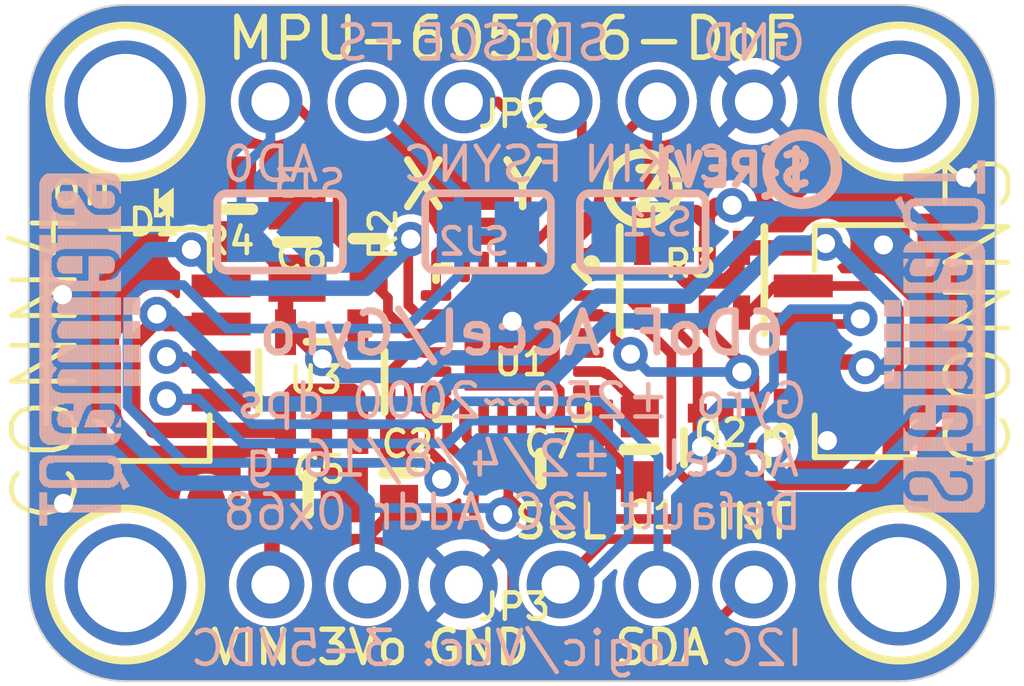
<source format=kicad_pcb>
(kicad_pcb (version 20221018) (generator pcbnew)
  (layers (0 "F.Cu" signal) (31 "B.Cu" signal) (34 "B.Paste" user) (35 "F.Paste" user) (36 "B.SilkS" user "B.Silkscreen") (37 "F.SilkS" user "F.Silkscreen") (38 "B.Mask" user) (39 "F.Mask" user) (44 "Edge.Cuts" user))
  (net 0 "")
  (net 1 "3.3V")
  (net 2 "GND")
  (net 3 "SDA")
  (net 4 "SCL")
  (net 5 "FSYNC_IN")
  (net 6 "CLKIN")
  (net 7 "CPOUT")
  (net 8 "REGOUT")
  (net 9 "SDA_EXT")
  (net 10 "SCL_EXT")
  (net 11 "AD0")
  (net 12 "SCL_3V")
  (net 13 "SDA_3V")
  (net 14 "INT")
  (net 15 "VCC")
  (net 16 "N$1")
  (footprint "working:0603-NO" (layer "F.Cu") (at 149.2504 108.3056)
    (fp_text reference "C7")
    (fp_text value "0.1uF")
  )
  (footprint "working:FIDUCIAL_1MM" (layer "F.Cu") (at 140.462 109.1438)
    (fp_text reference "FID4" hide)
    (fp_text value "FIDUCIAL_1MM" hide)
  )
  (footprint "working:RESPACK_4X0603" (layer "F.Cu") (at 153.2255 103.3526 180)
    (fp_text reference "R3")
    (fp_text value "10K")
  )
  (footprint "working:0603-NO" (layer "F.Cu") (at 144.7292 102.2604 90)
    (fp_text reference "R2")
    (fp_text value "10K")
  )
  (footprint "working:1X06_ROUND_70" (layer "F.Cu") (at 148.5011 111.3536)
    (fp_text reference "JP3")
    (fp_text value "")
  )
  (footprint "working:0805-NO" (layer "F.Cu") (at 143.1417 108.966)
    (fp_text reference "C5")
    (fp_text value "10uF")
  )
  (footprint "working:JST_SH4" (layer "F.Cu") (at 138.3411 105.0036 -90)
    (fp_text reference "CONN4")
    (fp_text value "STEMMA_I2C_QT" hide)
  )
  (footprint "working:JST_SH4" (layer "F.Cu") (at 158.6611 105.0036 90)
    (fp_text reference "CONN3")
    (fp_text value "STEMMA_I2C_QT" hide)
  )
  (footprint "working:CHIPLED_0603_NOOUTLINE" (layer "F.Cu") (at 139.3571 101.3206 90)
    (fp_text reference "D1")
    (fp_text value "GREEN")
  )
  (footprint "working:MOUNTINGHOLE_2.5_PLATED" (layer "F.Cu") (at 138.3411 98.6536)
    (fp_text reference "U$39" hide)
    (fp_text value "MOUNTINGHOLE2.5" hide)
  )
  (footprint "working:MOUNTINGHOLE_2.5_PLATED" (layer "F.Cu") (at 158.6611 98.6536)
    (fp_text reference "U$40" hide)
    (fp_text value "MOUNTINGHOLE2.5" hide)
  )
  (footprint "working:1X06_ROUND" (layer "F.Cu") (at 148.5011 98.6536)
    (fp_text reference "JP2")
    (fp_text value "")
  )
  (footprint "working:MOUNTINGHOLE_2.5_PLATED" (layer "F.Cu") (at 158.6611 111.3536)
    (fp_text reference "U$43" hide)
    (fp_text value "MOUNTINGHOLE2.5" hide)
  )
  (footprint "working:SOT23-5" (layer "F.Cu") (at 143.4973 106.0196)
    (fp_text reference "U3")
    (fp_text value "AP2112K-3.3")
  )
  (footprint "working:0805-NO" (layer "F.Cu") (at 142.8496 102.3493 90)
    (fp_text reference "C6")
    (fp_text value "10uF")
  )
  (footprint "working:0603-NO" (layer "F.Cu") (at 141.2748 101.4857 90)
    (fp_text reference "R4")
    (fp_text value "10K")
  )
  (footprint "working:0603-NO" (layer "F.Cu") (at 151.8539 107.7976 -90)
    (fp_text reference "C1")
    (fp_text value "2.2nF")
  )
  (footprint "working:0603-NO" (layer "F.Cu") (at 145.5293 108.4199 -90)
    (fp_text reference "C2")
    (fp_text value "0.1uF")
  )
  (footprint "working:QFN24_4MM_SMSC" (layer "F.Cu") (at 148.5011 105.0036 -90)
    (fp_text reference "U1")
    (fp_text value "MPU-6050")
  )
  (footprint "working:SOT363" (layer "F.Cu") (at 154.1145 107.7468 180)
    (fp_text reference "Q2")
    (fp_text value "BSS138")
  )
  (footprint "working:FIDUCIAL_1MM" (layer "F.Cu") (at 155.8671 100.7491)
    (fp_text reference "FID3" hide)
    (fp_text value "FIDUCIAL_1MM" hide)
  )
  (footprint "working:MOUNTINGHOLE_2.5_PLATED" (layer "F.Cu") (at 138.3411 111.3536)
    (fp_text reference "U$42" hide)
    (fp_text value "MOUNTINGHOLE2.5" hide)
  )
  (footprint "working:SOLDERJUMPER_ARROW_NOPASTE" (layer "B.Cu") (at 142.4051 102.0826 180)
    (fp_text reference "SJ3")
    (fp_text value "")
  )
  (footprint "working:SOLDERJUMPER_CLOSEDWIRE" (layer "B.Cu") (at 147.8661 102.0826 180)
    (fp_text reference "SJ2")
    (fp_text value "FSYNC")
  )
  (footprint "working:SOLDERJUMPER_CLOSEDWIRE" (layer "B.Cu") (at 151.9301 102.0826)
    (fp_text reference "SJ1")
    (fp_text value "CLKIN")
  )
  (footprint "working:STEMMAQT" (layer "B.Cu") (at 138.7221 100.5586 -90)
    (fp_text reference "U$48" hide)
    (fp_text value "" hide)
  )
  (footprint "working:PCBFEAT-REV-040" (layer "B.Cu") (at 156.1211 100.4316 180)
    (fp_text reference "U$46" hide)
    (fp_text value "" hide)
  )
  (footprint "working:STEMMAQT" (layer "B.Cu") (at 158.2801 109.4486 90)
    (fp_text reference "U$47" hide)
    (fp_text value "" hide)
  )
  (gr_circle (center 151.9301 100.9396) (end 152.845909 100.9396) (stroke (width 0.254)) (fill none) (layer "F.SilkS"))
  (gr_arc (start 161.2011 111.3536) (mid 160.457151 113.149651) (end 158.6611 113.8936) (stroke (width 0.05)) (layer "Edge.Cuts"))
  (gr_line (start 158.6611 96.1136) (end 138.3411 96.1136) (stroke (width 0.05)) (layer "Edge.Cuts"))
  (gr_arc (start 158.6611 96.1136) (mid 160.457151 96.857549) (end 161.2011 98.6536) (stroke (width 0.05)) (layer "Edge.Cuts"))
  (gr_arc (start 138.3411 113.8936) (mid 136.545049 113.149651) (end 135.8011 111.3536) (stroke (width 0.05)) (layer "Edge.Cuts"))
  (gr_line (start 135.8011 98.6536) (end 135.8011 111.3536) (stroke (width 0.05)) (layer "Edge.Cuts"))
  (gr_line (start 161.2011 111.3536) (end 161.2011 98.6536) (stroke (width 0.05)) (layer "Edge.Cuts"))
  (gr_line (start 138.3411 113.8936) (end 158.6611 113.8936) (stroke (width 0.05)) (layer "Edge.Cuts"))
  (gr_arc (start 135.8011 98.6536) (mid 136.545049 96.857549) (end 138.3411 96.1136) (stroke (width 0.05)) (layer "Edge.Cuts"))
  (gr_text "Gyro ±250~~2000 dps" (at 148.7551 106.5276) (layer "B.SilkS") (effects (font (size 0.89408 0.89408) (thickness 0.12192)) (justify mirror)))
  (gr_text "SDE" (at 149.7711 97.6376) (layer "B.SilkS") (effects (font (size 0.89408 0.89408) (thickness 0.12192)) (justify bottom mirror)))
  (gr_text "FS" (at 144.6911 97.6376) (layer "B.SilkS") (effects (font (size 0.89408 0.89408) (thickness 0.12192)) (justify bottom mirror)))
  (gr_text "Accel  ±2/4/8/16 g" (at 148.7551 108.0516) (layer "B.SilkS") (effects (font (size 0.89408 0.89408) (thickness 0.12192)) (justify mirror)))
  (gr_text "GND" (at 154.8511 97.6376) (layer "B.SilkS") (effects (font (size 0.89408 0.89408) (thickness 0.12192)) (justify bottom mirror)))
  (gr_text "AD0" (at 142.1511 100.3046) (layer "B.SilkS") (effects (font (size 0.89408 0.89408) (thickness 0.12192)) (justify mirror)))
  (gr_text "6DoF Accel/Gyro" (at 148.7551 104.7496) (layer "B.SilkS") (effects (font (size 1.0795 1.0795) (thickness 0.1905)) (justify mirror)))
  (gr_text "Default I2C Addr 0x68" (at 148.5011 109.4486) (layer "B.SilkS") (effects (font (size 0.89408 0.89408) (thickness 0.12192)) (justify mirror)))
  (gr_text "CLKIN" (at 152.3111 100.3046) (layer "B.SilkS") (effects (font (size 0.89408 0.89408) (thickness 0.12192)) (justify mirror)))
  (gr_text "FSYNC" (at 147.7391 100.3046) (layer "B.SilkS") (effects (font (size 0.89408 0.89408) (thickness 0.12192)) (justify mirror)))
  (gr_text "SCE" (at 147.2311 97.6376) (layer "B.SilkS") (effects (font (size 0.89408 0.89408) (thickness 0.12192)) (justify bottom mirror)))
  (gr_text "I2C Logic/Vcc: 3-5VDC" (at 148.0947 113.03) (layer "B.SilkS") (effects (font (size 0.89408 0.89408) (thickness 0.12192)) (justify mirror)))
  (gr_text "GND" (at 147.6121 113.0046) (layer "F.SilkS") (effects (font (size 0.87376 0.87376) (thickness 0.14224))))
  (gr_text "MPU-6050 6-DoF" (at 148.5011 97.0026) (layer "F.SilkS") (effects (font (size 1.072896 1.072896) (thickness 0.146304))))
  (gr_text "on" (at 136.3091 101.4476) (layer "F.SilkS") (effects (font (size 0.89408 0.89408) (thickness 0.12192)) (justify left bottom)))
  (gr_text "VIN" (at 141.6431 113.0046) (layer "F.SilkS") (effects (font (size 0.87376 0.87376) (thickness 0.14224))))
  (gr_text "SDA" (at 152.4381 113.0046) (layer "F.SilkS") (effects (font (size 0.87376 0.87376) (thickness 0.14224))))
  (gr_text "Z" (at 151.5491 101.5746) (layer "F.SilkS") (effects (font (size 1.016 1.016) (thickness 0.254)) (justify left bottom)))
  (gr_text "SCL" (at 149.7711 109.7026) (layer "F.SilkS") (effects (font (size 0.87376 0.87376) (thickness 0.14224))))
  (gr_text "X" (at 145.4531 101.5746) (layer "F.SilkS") (effects (font (size 1.223264 1.223264) (thickness 0.199136)) (justify left bottom)))
  (gr_text "3Vo" (at 144.5641 113.0046) (layer "F.SilkS") (effects (font (size 0.87376 0.87376) (thickness 0.14224))))
  (gr_text "INT" (at 154.8511 109.7026) (layer "F.SilkS") (effects (font (size 0.87376 0.87376) (thickness 0.14224))))
  (gr_text "Y" (at 148.1201 101.5746) (layer "F.SilkS") (effects (font (size 1.223264 1.223264) (thickness 0.199136)) (justify left bottom)))
  (segment (start 141.0633 102.5472) (end 141.2748 102.3357) (width 0.4064) (layer "F.Cu") (net 1))
  (segment (start 145.7715 102.3357) (end 145.8341 102.2731) (width 0.254) (layer "F.Cu") (net 1))
  (segment (start 142.5473 104.7195) (end 142.5473 103.497416) (width 0.4064) (layer "F.Cu") (net 1))
  (segment (start 142.5473 103.497416) (end 142.770621 103.274094) (width 0.4064) (layer "F.Cu") (net 1))
  (segment (start 154.3685 107.7498) (end 155.3591 107.7498) (width 0.254) (layer "F.Cu") (net 1))
  (segment (start 153.3271 101.5746) (end 151.9255 101.5746) (width 0.4064) (layer "F.Cu") (net 1))
  (segment (start 154.3685 107.4818) (end 154.1145 107.2278) (width 0.254) (layer "F.Cu") (net 1))
  (segment (start 147.84335 108.0259) (end 147.8289 108.0259) (width 0.254) (layer "F.Cu") (net 1))
  (segment (start 148.9632 109.6304) (end 148.4004 109.0676) (width 0.254) (layer "F.Cu") (net 1))
  (segment (start 153.6255 101.619) (end 153.8604 101.3841) (width 0.4064) (layer "F.Cu") (net 1))
  (segment (start 147.3063 107.0588) (end 147.3063 107.48885) (width 0.254) (layer "F.Cu") (net 1))
  (segment (start 147.3063 107.48885) (end 147.84335 108.0259) (width 0.254) (layer "F.Cu") (net 1))
  (segment (start 140.073 102.5472) (end 141.0633 102.5472) (width 0.4064) (layer "F.Cu") (net 1))
  (segment (start 145.7715 104.0066) (end 145.7715 102.3357) (width 0.254) (layer "F.Cu") (net 1))
  (segment (start 147.2511 107.0036) (end 147.3063 107.0588) (width 0.254) (layer "F.Cu") (net 1))
  (segment (start 154.3685 108.1388) (end 154.1145 108.3928) (width 0.254) (layer "F.Cu") (net 1))
  (segment (start 148.4004 109.0676) (end 148.2526 109.2154) (width 0.254) (layer "F.Cu") (net 1))
  (segment (start 148.1086 108.3056) (end 148.4004 108.3056) (width 0.254) (layer "F.Cu") (net 1))
  (segment (start 153.8604 101.3841) (end 154.2796 101.3841) (width 0.4064) (layer "F.Cu") (net 1))
  (segment (start 146.0185 104.2536) (end 145.7715 104.0066) (width 0.254) (layer "F.Cu") (net 1))
  (segment (start 142.5473 104.7195) (end 142.811975 104.7195) (width 0.4064) (layer "F.Cu") (net 1))
  (segment (start 142.811975 104.7195) (end 143.512587 105.420113) (width 0.4064) (layer "F.Cu") (net 1))
  (segment (start 148.4004 108.3056) (end 148.4004 109.0676) (width 0.254) (layer "F.Cu") (net 1))
  (segment (start 141.2748 102.3357) (end 141.6624 102.3357) (width 0.254) (layer "F.Cu") (net 1))
  (segment (start 142.521178 103.194479) (end 142.770621 103.274094) (width 0.254) (layer "F.Cu") (net 1))
  (segment (start 154.1145 108.97) (end 153.4541 109.6304) (width 0.254) (layer "F.Cu") (net 1))
  (segment (start 154.1145 108.6468) (end 154.1145 108.97) (width 0.254) (layer "F.Cu") (net 1))
  (segment (start 147.8289 108.0259) (end 148.1086 108.3056) (width 0.254) (layer "F.Cu") (net 1))
  (segment (start 154.1145 106.8468) (end 154.1145 107.2278) (width 0.254) (layer "F.Cu") (net 1))
  (segment (start 148.2526 109.2154) (end 148.2526 109.512425) (width 0.254) (layer "F.Cu") (net 1))
  (segment (start 153.6255 102.5026) (end 153.6255 101.619) (width 0.4064) (layer "F.Cu") (net 1))
  (segment (start 154.1145 108.3928) (end 154.1145 108.6468) (width 0.254) (layer "F.Cu") (net 1))
  (segment (start 146.5011 104.2536) (end 146.0185 104.2536) (width 0.254) (layer "F.Cu") (net 1))
  (segment (start 141.6624 102.3357) (end 142.521178 103.194479) (width 0.254) (layer "F.Cu") (net 1))
  (segment (start 153.4541 109.6304) (end 148.9632 109.6304) (width 0.254) (layer "F.Cu") (net 1))
  (segment (start 151.9255 102.5026) (end 151.9255 101.5746) (width 0.4064) (layer "F.Cu") (net 1))
  (segment (start 154.3685 107.4818) (end 154.3685 107.7498) (width 0.254) (layer "F.Cu") (net 1))
  (segment (start 154.3685 107.7498) (end 154.3685 108.1388) (width 0.254) (layer "F.Cu") (net 1))
  (segment (start 153.4985 101.746) (end 153.3271 101.5746) (width 0.4064) (layer "F.Cu") (net 1))
  (segment (start 142.770621 103.274094) (end 142.8496 103.2993) (width 0.254) (layer "F.Cu") (net 1))
  (segment (start 153.4985 101.746) (end 153.6255 101.619) (width 0.4064) (layer "F.Cu") (net 1))
  (via (at 145.8341 102.2731) (size 0.9064) (drill 0.5) (layers "F.Cu" "B.Cu") (net 1))
  (via (at 143.512587 105.420113) (size 0.9064) (drill 0.5) (layers "F.Cu" "B.Cu") (net 1))
  (via (at 140.073 102.5472) (size 0.9064) (drill 0.5) (layers "F.Cu" "B.Cu") (net 1))
  (via (at 154.2796 101.3841) (size 0.9064) (drill 0.5) (layers "F.Cu" "B.Cu") (net 1))
  (via (at 148.2526 109.512425) (size 0.9064) (drill 0.5) (layers "F.Cu" "B.Cu") (net 1))
  (via (at 155.3591 107.7498) (size 0.9064) (drill 0.5) (layers "F.Cu" "B.Cu") (net 1))
  (segment (start 145.8341 102.4001) (end 144.671 103.5632) (width 0.4064) (layer "B.Cu") (net 1))
  (segment (start 143.4211 103.4362) (end 143.5481 103.5632) (width 0.4064) (layer "B.Cu") (net 1))
  (segment (start 159.7747 102.473663) (end 158.778937 101.4779) (width 0.4064) (layer "B.Cu") (net 1))
  (segment (start 144.1831 108.6866) (end 139.670675 108.6866) (width 0.4064) (layer "B.Cu") (net 1))
  (segment (start 148.083175 109.343) (end 144.8395 109.343) (width 0.254) (layer "B.Cu") (net 1))
  (segment (start 137.8625 106.878425) (end 137.8625 103.667463) (width 0.4064) (layer "B.Cu") (net 1))
  (segment (start 150.753293 103.7717) (end 149.131693 105.3933) (width 0.4064) (layer "B.Cu") (net 1))
  (segment (start 143.5481 103.5632) (end 141.089 103.5632) (width 0.4064) (layer "B.Cu") (net 1))
  (segment (start 153.116612 103.7717) (end 150.753293 103.7717) (width 0.4064) (layer "B.Cu") (net 1))
  (segment (start 154.2796 101.3841) (end 154.3734 101.4779) (width 0.4064) (layer "B.Cu") (net 1))
  (segment (start 143.4211 102.0826) (end 143.4211 103.4362) (width 0.4064) (layer "B.Cu") (net 1))
  (segment (start 155.6131 108.5118) (end 155.3591 108.2578) (width 0.4064) (layer "B.Cu") (net 1))
  (segment (start 139.670675 108.6866) (end 137.8625 106.878425) (width 0.4064) (layer "B.Cu") (net 1))
  (segment (start 146.160156 105.855094) (end 143.947568 105.855094) (width 0.4064) (layer "B.Cu") (net 1))
  (segment (start 146.160156 105.855094) (end 146.62195 105.3933) (width 0.4064) (layer "B.Cu") (net 1))
  (segment (start 144.8395 109.343) (end 144.65935 109.16285) (width 0.254) (layer "B.Cu") (net 1))
  (segment (start 145.8341 102.2731) (end 145.8341 102.4001) (width 0.4064) (layer "B.Cu") (net 1))
  (segment (start 144.65935 109.16285) (end 144.1831 108.6866) (width 0.4064) (layer "B.Cu") (net 1))
  (segment (start 143.512587 105.420113) (end 143.947568 105.855094) (width 0.4064) (layer "B.Cu") (net 1))
  (segment (start 158.778937 101.4779) (end 155.410412 101.4779) (width 0.4064) (layer "B.Cu") (net 1))
  (segment (start 159.7747 106.720738) (end 157.983637 108.5118) (width 0.4064) (layer "B.Cu") (net 1))
  (segment (start 155.3591 108.2578) (end 155.3591 107.7498) (width 0.4064) (layer "B.Cu") (net 1))
  (segment (start 149.131693 105.3933) (end 146.62195 105.3933) (width 0.4064) (layer "B.Cu") (net 1))
  (segment (start 144.671 103.5632) (end 143.5481 103.5632) (width 0.4064) (layer "B.Cu") (net 1))
  (segment (start 138.982762 102.5472) (end 140.073 102.5472) (width 0.4064) (layer "B.Cu") (net 1))
  (segment (start 144.6911 111.3536) (end 144.6911 109.1946) (width 0.4064) (layer "B.Cu") (net 1))
  (segment (start 157.983637 108.5118) (end 155.6131 108.5118) (width 0.4064) (layer "B.Cu") (net 1))
  (segment (start 137.8625 103.667463) (end 138.982762 102.5472) (width 0.4064) (layer "B.Cu") (net 1))
  (segment (start 159.7747 102.473663) (end 159.7747 106.720738) (width 0.4064) (layer "B.Cu") (net 1))
  (segment (start 144.6911 109.1946) (end 144.65935 109.16285) (width 0.4064) (layer "B.Cu") (net 1))
  (segment (start 155.410412 101.4779) (end 154.3734 101.4779) (width 0.4064) (layer "B.Cu") (net 1))
  (segment (start 141.089 103.5632) (end 140.073 102.5472) (width 0.4064) (layer "B.Cu") (net 1))
  (segment (start 155.410412 101.4779) (end 153.116612 103.7717) (width 0.4064) (layer "B.Cu") (net 1))
  (segment (start 148.2526 109.512425) (end 148.083175 109.343) (width 0.254) (layer "B.Cu") (net 1))
  (segment (start 143.4973 107.3197) (end 143.4973 108.0008) (width 0.4064) (layer "F.Cu") (net 2))
  (segment (start 144.0917 108.5952) (end 144.0917 108.966) (width 0.4064) (layer "F.Cu") (net 2))
  (segment (start 150.4424 108.6476) (end 151.8539 108.6476) (width 0.4064) (layer "F.Cu") (net 2))
  (segment (start 148.5011 105.0036) (end 149.7511 106.2536) (width 0.254) (layer "F.Cu") (net 2))
  (segment (start 143.4973 108.0008) (end 144.0917 108.5952) (width 0.4064) (layer "F.Cu") (net 2))
  (segment (start 150.1004 108.3056) (end 149.7511 107.9563) (width 0.254) (layer "F.Cu") (net 2))
  (segment (start 149.7511 106.2536) (end 149.7511 107.0036) (width 0.254) (layer "F.Cu") (net 2))
  (segment (start 149.7511 107.9563) (end 149.7511 107.0036) (width 0.254) (layer "F.Cu") (net 2))
  (segment (start 148.5011 105.0036) (end 148.5011 104.4321) (width 0.254) (layer "F.Cu") (net 2))
  (segment (start 150.1004 108.3056) (end 150.4424 108.6476) (width 0.4064) (layer "F.Cu") (net 2))
  (via (at 160.4137 100.6475) (size 0.9064) (drill 0.5) (layers "F.Cu" "B.Cu") (net 2))
  (via (at 136.7155 109.22) (size 0.9064) (drill 0.5) (layers "F.Cu" "B.Cu") (net 2))
  (via (at 158.2547 102.4255) (size 0.9064) (drill 0.5) (layers "F.Cu" "B.Cu") (net 2))
  (via (at 148.5011 104.4321) (size 0.9064) (drill 0.5) (layers "F.Cu" "B.Cu") (net 2))
  (via (at 156.7815 107.569) (size 0.9064) (drill 0.5) (layers "F.Cu" "B.Cu") (net 2))
  (via (at 136.6901 103.7336) (size 0.9064) (drill 0.5) (layers "F.Cu" "B.Cu") (net 2))
  (segment (start 139.521312 105.5036) (end 139.4206 105.361994) (width 0.254) (layer "F.Cu") (net 3))
  (segment (start 153.4732 107.7341) (end 153.3716 107.7341) (width 0.254) (layer "F.Cu") (net 3))
  (segment (start 156.1471 104.5036) (end 157.5101 104.5036) (width 0.254) (layer "F.Cu") (net 3))
  (segment (start 152.8255 104.6725) (end 152.8255 104.2026) (width 0.254) (layer "F.Cu") (net 3))
  (segment (start 153.3716 105.2186) (end 152.8255 104.6725) (width 0.254) (layer "F.Cu") (net 3))
  (segment (start 153.3716 105.2186) (end 153.3716 107.7341) (width 0.254) (layer "F.Cu") (net 3))
  (segment (start 157.5101 104.5036) (end 157.6451 104.3686) (width 0.254) (layer "F.Cu") (net 3))
  (segment (start 153.3645 106.8468) (end 153.374262 107.6722) (width 0.254) (layer "F.Cu") (net 3))
  (segment (start 153.4732 107.7341) (end 153.374262 107.6722) (width 0.254) (layer "F.Cu") (net 3))
  (segment (start 140.8551 105.5036) (end 139.521312 105.5036) (width 0.254) (layer "F.Cu") (net 3))
  (via (at 153.4732 107.7341) (size 0.9064) (drill 0.5) (layers "F.Cu" "B.Cu") (net 3))
  (via (at 157.6451 104.3686) (size 0.9064) (drill 0.5) (layers "F.Cu" "B.Cu") (net 3))
  (via (at 139.4206 105.361994) (size 0.9064) (drill 0.5) (layers "F.Cu" "B.Cu") (net 3))
  (segment (start 154.8702 106.5911) (end 153.9812 106.5911) (width 0.254) (layer "B.Cu") (net 3))
  (segment (start 155.3782 106.0831) (end 154.8702 106.5911) (width 0.254) (layer "B.Cu") (net 3))
  (segment (start 150.882462 106.5363) (end 147.0954 106.5363) (width 0.254) (layer "B.Cu") (net 3))
  (segment (start 153.4732 107.7341) (end 153.4732 107.0991) (width 0.254) (layer "B.Cu") (net 3))
  (segment (start 139.90095 105.361994) (end 139.4206 105.361994) (width 0.254) (layer "B.Cu") (net 3))
  (segment (start 141.676156 107.1372) (end 139.90095 105.361994) (width 0.254) (layer "B.Cu") (net 3))
  (segment (start 152.3429 108.8644) (end 152.3429 111.3218) (width 0.254) (layer "B.Cu") (net 3))
  (segment (start 157.3911 104.1146) (end 155.8227 104.1146) (width 0.254) (layer "B.Cu") (net 3))
  (segment (start 152.3111 111.3536) (end 152.3429 111.3218) (width 0.254) (layer "B.Cu") (net 3))
  (segment (start 147.0954 106.5363) (end 146.4945 107.1372) (width 0.254) (layer "B.Cu") (net 3))
  (segment (start 153.4732 107.7341) (end 152.3429 108.8644) (width 0.254) (layer "B.Cu") (net 3))
  (segment (start 146.4945 107.1372) (end 141.676156 107.1372) (width 0.254) (layer "B.Cu") (net 3))
  (segment (start 155.8227 104.1146) (end 155.3782 104.5591) (width 0.254) (layer "B.Cu") (net 3))
  (segment (start 152.3429 107.996738) (end 150.882462 106.5363) (width 0.254) (layer "B.Cu") (net 3))
  (segment (start 153.9812 106.5911) (end 153.4732 107.0991) (width 0.254) (layer "B.Cu") (net 3))
  (segment (start 152.3429 107.996738) (end 152.3429 108.8644) (width 0.254) (layer "B.Cu") (net 3))
  (segment (start 155.3782 104.5591) (end 155.3782 106.0831) (width 0.254) (layer "B.Cu") (net 3))
  (segment (start 157.6451 104.3686) (end 157.3911 104.1146) (width 0.254) (layer "B.Cu") (net 3))
  (segment (start 154.7033 104.2026) (end 154.5255 104.2026) (width 0.254) (layer "F.Cu") (net 4))
  (segment (start 158.6611 106.0196) (end 157.8991 106.7816) (width 0.254) (layer "F.Cu") (net 4))
  (segment (start 158.0501 103.5036) (end 158.6611 104.1146) (width 0.254) (layer "F.Cu") (net 4))
  (segment (start 153.615675 110.1588) (end 150.9659 110.1588) (width 0.254) (layer "F.Cu") (net 4))
  (segment (start 156.1471 103.5036) (end 158.0501 103.5036) (width 0.254) (layer "F.Cu") (net 4))
  (segment (start 157.201687 108.749013) (end 154.966712 108.749013) (width 0.254) (layer "F.Cu") (net 4))
  (segment (start 157.8991 106.7816) (end 157.8991 108.0516) (width 0.254) (layer "F.Cu") (net 4))
  (segment (start 155.4023 103.5036) (end 154.7033 104.2026) (width 0.254) (layer "F.Cu") (net 4))
  (segment (start 139.4601 106.5036) (end 139.4206 106.4641) (width 0.254) (layer "F.Cu") (net 4))
  (segment (start 150.9659 110.1588) (end 149.7711 111.3536) (width 0.254) (layer "F.Cu") (net 4))
  (segment (start 156.1471 103.5036) (end 155.4023 103.5036) (width 0.254) (layer "F.Cu") (net 4))
  (segment (start 154.8645 108.6468) (end 154.8939 108.6174) (width 0.254) (layer "F.Cu") (net 4))
  (segment (start 155.034075 108.7404) (end 153.615675 110.1588) (width 0.254) (layer "F.Cu") (net 4))
  (segment (start 157.8991 108.0516) (end 157.201687 108.749013) (width 0.254) (layer "F.Cu") (net 4))
  (segment (start 154.966712 108.749013) (end 154.8645 108.6468) (width 0.254) (layer "F.Cu") (net 4))
  (segment (start 158.6611 104.1146) (end 158.6611 106.0196) (width 0.254) (layer "F.Cu") (net 4))
  (segment (start 140.8551 106.5036) (end 139.4601 106.5036) (width 0.254) (layer "F.Cu") (net 4))
  (segment (start 154.8939 108.6174) (end 154.911075 108.6174) (width 0.254) (layer "F.Cu") (net 4))
  (segment (start 154.911075 108.6174) (end 155.034075 108.7404) (width 0.254) (layer "F.Cu") (net 4))
  (via (at 139.4206 106.4641) (size 0.9064) (drill 0.5) (layers "F.Cu" "B.Cu") (net 4))
  (segment (start 150.680381 107.0443) (end 151.5618 107.925719) (width 0.254) (layer "B.Cu") (net 4))
  (segment (start 151.5618 107.925719) (end 151.5618 110.0963) (width 0.254) (layer "B.Cu") (net 4))
  (segment (start 146.812 107.6452) (end 147.4129 107.0443) (width 0.254) (layer "B.Cu") (net 4))
  (segment (start 151.5618 110.0963) (end 150.3045 111.3536) (width 0.254) (layer "B.Cu") (net 4))
  (segment (start 141.4272 107.6452) (end 146.812 107.6452) (width 0.254) (layer "B.Cu") (net 4))
  (segment (start 147.4129 107.0443) (end 150.680381 107.0443) (width 0.254) (layer "B.Cu") (net 4))
  (segment (start 149.7711 111.3536) (end 150.3045 111.3536) (width 0.254) (layer "B.Cu") (net 4))
  (segment (start 139.4206 106.4641) (end 140.2461 106.4641) (width 0.254) (layer "B.Cu") (net 4))
  (segment (start 141.4272 107.6452) (end 140.2461 106.4641) (width 0.254) (layer "B.Cu") (net 4))
  (segment (start 146.3341 107.8404) (end 146.6469 108.1532) (width 0.254) (layer "F.Cu") (net 5))
  (segment (start 146.4967 105.758) (end 146.06665 105.758) (width 0.254) (layer "F.Cu") (net 5))
  (segment (start 146.15555 106.7276) (end 146.3341 106.90615) (width 0.254) (layer "F.Cu") (net 5))
  (segment (start 146.6469 108.1532) (end 146.6469 108.585) (width 0.254) (layer "F.Cu") (net 5))
  (segment (start 146.5011 105.7536) (end 146.4967 105.758) (width 0.254) (layer "F.Cu") (net 5))
  (segment (start 145.7891 106.03555) (end 145.7891 106.47545) (width 0.254) (layer "F.Cu") (net 5))
  (segment (start 145.7891 106.47545) (end 146.04125 106.7276) (width 0.254) (layer "F.Cu") (net 5))
  (segment (start 146.06665 105.758) (end 145.7891 106.03555) (width 0.254) (layer "F.Cu") (net 5))
  (segment (start 146.04125 106.7276) (end 146.15555 106.7276) (width 0.254) (layer "F.Cu") (net 5))
  (segment (start 146.3341 106.90615) (end 146.3341 107.8404) (width 0.254) (layer "F.Cu") (net 5))
  (via (at 146.6469 108.585) (size 0.9064) (drill 0.5) (layers "F.Cu" "B.Cu") (net 5))
  (segment (start 146.2151 108.1532) (end 139.891618 108.1532) (width 0.254) (layer "B.Cu") (net 5))
  (segment (start 146.6469 108.585) (end 146.2151 108.1532) (width 0.254) (layer "B.Cu") (net 5))
  (segment (start 138.3959 103.915463) (end 138.3959 106.657482) (width 0.254) (layer "B.Cu") (net 5))
  (segment (start 147.1041 102.0826) (end 147.1041 101.0666) (width 0.254) (layer "B.Cu") (net 5))
  (segment (start 141.0081 104.6226) (end 145.7071 104.6226) (width 0.254) (layer "B.Cu") (net 5))
  (segment (start 147.1041 101.0666) (end 144.6911 98.6536) (width 0.254) (layer "B.Cu") (net 5))
  (segment (start 139.8651 103.4796) (end 141.0081 104.6226) (width 0.254) (layer "B.Cu") (net 5))
  (segment (start 139.891618 108.1532) (end 138.3959 106.657482) (width 0.254) (layer "B.Cu") (net 5))
  (segment (start 147.1041 103.2256) (end 145.7071 104.6226) (width 0.254) (layer "B.Cu") (net 5))
  (segment (start 138.3959 103.915463) (end 138.831762 103.4796) (width 0.254) (layer "B.Cu") (net 5))
  (segment (start 138.831762 103.4796) (end 139.8651 103.4796) (width 0.254) (layer "B.Cu") (net 5))
  (segment (start 147.1041 102.0826) (end 147.1041 103.2256) (width 0.254) (layer "B.Cu") (net 5))
  (segment (start 151.2433 99.7214) (end 152.3111 98.6536) (width 0.254) (layer "F.Cu") (net 6))
  (segment (start 151.2433 101.91295) (end 151.2433 99.7214) (width 0.254) (layer "F.Cu") (net 6))
  (segment (start 150.52285 102.6334) (end 151.2433 101.91295) (width 0.254) (layer "F.Cu") (net 6))
  (segment (start 150.1213 102.6334) (end 150.52285 102.6334) (width 0.254) (layer "F.Cu") (net 6))
  (segment (start 149.7511 103.0036) (end 150.1213 102.6334) (width 0.254) (layer "F.Cu") (net 6))
  (segment (start 152.6921 101.4476) (end 152.6921 102.0826) (width 0.254) (layer "B.Cu") (net 6))
  (segment (start 152.3111 98.6536) (end 152.3111 101.0666) (width 0.254) (layer "B.Cu") (net 6))
  (segment (start 152.6921 101.4476) (end 152.3111 101.0666) (width 0.254) (layer "B.Cu") (net 6))
  (segment (start 150.5011 105.7536) (end 150.8821 105.7536) (width 0.254) (layer "F.Cu") (net 7))
  (segment (start 150.9373 105.8088) (end 150.98635 105.8088) (width 0.254) (layer "F.Cu") (net 7))
  (segment (start 151.8539 106.67635) (end 150.98635 105.8088) (width 0.254) (layer "F.Cu") (net 7))
  (segment (start 151.8539 106.9476) (end 151.8539 106.67635) (width 0.254) (layer "F.Cu") (net 7))
  (segment (start 150.9373 105.8088) (end 150.8821 105.7536) (width 0.254) (layer "F.Cu") (net 7))
  (segment (start 145.7931 105.2536) (end 146.5011 105.2536) (width 0.254) (layer "F.Cu") (net 8))
  (segment (start 145.3065 107.3471) (end 145.3065 105.7402) (width 0.254) (layer "F.Cu") (net 8))
  (segment (start 145.3065 105.7402) (end 145.7931 105.2536) (width 0.254) (layer "F.Cu") (net 8))
  (segment (start 145.5293 107.5699) (end 145.3065 107.3471) (width 0.254) (layer "F.Cu") (net 8))
  (segment (start 147.5178 102.2924) (end 147.2511 102.5591) (width 0.254) (layer "F.Cu") (net 9))
  (segment (start 150.3299 101.1428) (end 149.1803 102.2924) (width 0.254) (layer "F.Cu") (net 9))
  (segment (start 147.2511 102.5591) (end 147.2511 103.0036) (width 0.254) (layer "F.Cu") (net 9))
  (segment (start 150.3299 99.2124) (end 150.3299 101.1428) (width 0.254) (layer "F.Cu") (net 9))
  (segment (start 149.1803 102.2924) (end 147.5178 102.2924) (width 0.254) (layer "F.Cu") (net 9))
  (segment (start 149.7711 98.6536) (end 150.3299 99.2124) (width 0.254) (layer "F.Cu") (net 9))
  (segment (start 146.5011 102.662519) (end 146.5011 103.7536) (width 0.254) (layer "F.Cu") (net 10))
  (segment (start 148.6215 101.8352) (end 148.8821 101.5746) (width 0.254) (layer "F.Cu") (net 10))
  (segment (start 148.1201 98.6536) (end 147.2311 98.6536) (width 0.254) (layer "F.Cu") (net 10))
  (segment (start 147.328418 101.8352) (end 146.5011 102.662519) (width 0.254) (layer "F.Cu") (net 10))
  (segment (start 148.8821 101.5746) (end 148.8821 99.4156) (width 0.254) (layer "F.Cu") (net 10))
  (segment (start 148.6215 101.8352) (end 147.328418 101.8352) (width 0.254) (layer "F.Cu") (net 10))
  (segment (start 148.8821 99.4156) (end 148.1201 98.6536) (width 0.254) (layer "F.Cu") (net 10))
  (segment (start 145.2372 104.2162) (end 145.2372 103.8216) (width 0.254) (layer "F.Cu") (net 11))
  (segment (start 142.1511 98.6536) (end 142.7226 98.6536) (width 0.254) (layer "F.Cu") (net 11))
  (segment (start 146.5011 104.7536) (end 145.7746 104.7536) (width 0.254) (layer "F.Cu") (net 11))
  (segment (start 145.2372 103.8216) (end 144.7292 103.3136) (width 0.254) (layer "F.Cu") (net 11))
  (segment (start 143.9173 102.2985) (end 143.9173 99.8483) (width 0.254) (layer "F.Cu") (net 11))
  (segment (start 143.9173 99.8483) (end 142.7226 98.6536) (width 0.254) (layer "F.Cu") (net 11))
  (segment (start 144.7292 103.1104) (end 144.7292 103.3136) (width 0.254) (layer "F.Cu") (net 11))
  (segment (start 145.7746 104.7536) (end 145.2372 104.2162) (width 0.254) (layer "F.Cu") (net 11))
  (segment (start 144.7292 103.1104) (end 143.9173 102.2985) (width 0.254) (layer "F.Cu") (net 11))
  (segment (start 142.1511 98.6536) (end 142.1511 99.6696) (width 0.254) (layer "B.Cu") (net 11))
  (segment (start 142.1511 99.6696) (end 141.3891 100.4316) (width 0.254) (layer "B.Cu") (net 11))
  (segment (start 141.3891 100.4316) (end 141.3891 102.0826) (width 0.254) (layer "B.Cu") (net 11))
  (segment (start 151.58685 105.2963) (end 151.2059 104.91535) (width 0.254) (layer "F.Cu") (net 12))
  (segment (start 150.5011 104.2536) (end 150.5563 104.3088) (width 0.254) (layer "F.Cu") (net 12))
  (segment (start 154.5336 105.7656) (end 154.5336 105.5116) (width 0.254) (layer "F.Cu") (net 12))
  (segment (start 153.6255 104.2026) (end 153.6255 104.6543) (width 0.254) (layer "F.Cu") (net 12))
  (segment (start 150.5563 104.3088) (end 150.98635 104.3088) (width 0.254) (layer "F.Cu") (net 12))
  (segment (start 151.6083 105.2963) (end 151.58685 105.2963) (width 0.254) (layer "F.Cu") (net 12))
  (segment (start 153.6255 104.2026) (end 153.6255 104.6035) (width 0.254) (layer "F.Cu") (net 12))
  (segment (start 151.2059 104.52835) (end 151.2059 104.91535) (width 0.254) (layer "F.Cu") (net 12))
  (segment (start 150.98635 104.3088) (end 151.2059 104.52835) (width 0.254) (layer "F.Cu") (net 12))
  (segment (start 154.8645 106.8468) (end 154.8645 105.8933) (width 0.254) (layer "F.Cu") (net 12))
  (segment (start 154.5336 105.5116) (end 153.6255 104.6035) (width 0.254) (layer "F.Cu") (net 12))
  (segment (start 154.8645 105.8933) (end 153.6255 104.6543) (width 0.254) (layer "F.Cu") (net 12))
  (via (at 154.5336 105.7656) (size 0.9064) (drill 0.5) (layers "F.Cu" "B.Cu") (net 12))
  (via (at 151.6083 105.2963) (size 0.9064) (drill 0.5) (layers "F.Cu" "B.Cu") (net 12))
  (segment (start 154.5336 105.7656) (end 152.0776 105.7656) (width 0.254) (layer "B.Cu") (net 12))
  (segment (start 151.6083 105.2963) (end 152.0776 105.7656) (width 0.254) (layer "B.Cu") (net 12))
  (segment (start 153.3645 108.6468) (end 153.1105 108.6468) (width 0.254) (layer "F.Cu") (net 13))
  (segment (start 153.1105 108.6468) (end 152.6827 108.219) (width 0.254) (layer "F.Cu") (net 13))
  (segment (start 151.9255 104.2026) (end 151.4765 103.7536) (width 0.254) (layer "F.Cu") (net 13))
  (segment (start 152.6827 108.219) (end 152.6827 105.29285) (width 0.254) (layer "F.Cu") (net 13))
  (segment (start 151.4765 103.7536) (end 150.5011 103.7536) (width 0.254) (layer "F.Cu") (net 13))
  (segment (start 152.6827 105.29285) (end 151.9255 104.53565) (width 0.254) (layer "F.Cu") (net 13))
  (segment (start 151.9255 104.53565) (end 151.9255 104.2026) (width 0.254) (layer "F.Cu") (net 13))
  (segment (start 153.5176 112.6871) (end 154.8511 111.3536) (width 0.254) (layer "F.Cu") (net 14))
  (segment (start 146.7939 107.637782) (end 146.7939 106.814219) (width 0.254) (layer "F.Cu") (net 14))
  (segment (start 146.7993 106.5518) (end 146.5011 106.2536) (width 0.254) (layer "F.Cu") (net 14))
  (segment (start 146.7939 106.814219) (end 146.7993 106.808819) (width 0.254) (layer "F.Cu") (net 14))
  (segment (start 147.4946 108.338482) (end 147.4946 109.8264) (width 0.254) (layer "F.Cu") (net 14))
  (segment (start 148.5011 111.7981) (end 149.3901 112.6871) (width 0.254) (layer "F.Cu") (net 14))
  (segment (start 149.3901 112.6871) (end 153.5176 112.6871) (width 0.254) (layer "F.Cu") (net 14))
  (segment (start 146.7993 106.808819) (end 146.7993 106.5518) (width 0.254) (layer "F.Cu") (net 14))
  (segment (start 147.4946 109.8264) (end 148.5011 110.8329) (width 0.254) (layer "F.Cu") (net 14))
  (segment (start 148.5011 110.8329) (end 148.5011 111.7981) (width 0.254) (layer "F.Cu") (net 14))
  (segment (start 147.4946 108.338482) (end 146.7939 107.637782) (width 0.254) (layer "F.Cu") (net 14))
  (segment (start 152.8255 102.5026) (end 152.8255 103.105) (width 0.4064) (layer "F.Cu") (net 15))
  (segment (start 140.3016 104.4401) (end 140.2461 104.4956) (width 0.4064) (layer "F.Cu") (net 15))
  (segment (start 154.1336 103.3716) (end 154.4066 103.0986) (width 0.4064) (layer "F.Cu") (net 15))
  (segment (start 154.4066 102.6215) (end 154.4066 103.0986) (width 0.4064) (layer "F.Cu") (net 15))
  (segment (start 142.1511 111.1808) (end 141.9835 111.0132) (width 0.4064) (layer "F.Cu") (net 15))
  (segment (start 139.1666 104.395363) (end 138.5864 104.975563) (width 0.4064) (layer "F.Cu") (net 15))
  (segment (start 140.8551 104.5036) (end 140.7916 104.4401) (width 0.4064) (layer "F.Cu") (net 15))
  (segment (start 144.3101 106.2736) (end 142.7861 106.2736) (width 0.4064) (layer "F.Cu") (net 15))
  (segment (start 154.5255 102.5026) (end 154.4066 102.6215) (width 0.4064) (layer "F.Cu") (net 15))
  (segment (start 142.1917 108.966) (end 142.1917 110.98271) (width 0.4064) (layer "F.Cu") (net 15))
  (segment (start 156.1471 105.5036) (end 157.6371 105.5036) (width 0.4064) (layer "F.Cu") (net 15))
  (segment (start 153.0921 103.3716) (end 154.1336 103.3716) (width 0.4064) (layer "F.Cu") (net 15))
  (segment (start 142.1917 110.98271) (end 141.9835 111.0132) (width 0.4064) (layer "F.Cu") (net 15))
  (segment (start 139.1666 104.2416) (end 139.1666 104.395363) (width 0.4064) (layer "F.Cu") (net 15))
  (segment (start 142.5259 107.2983) (end 142.5473 107.3197) (width 0.4064) (layer "F.Cu") (net 15))
  (segment (start 139.4206 104.4956) (end 139.1666 104.2416) (width 0.4064) (layer "F.Cu") (net 15))
  (segment (start 144.4473 107.3197) (end 144.4473 106.4108) (width 0.4064) (layer "F.Cu") (net 15))
  (segment (start 139.075062 107.2983) (end 142.5259 107.2983) (width 0.4064) (layer "F.Cu") (net 15))
  (segment (start 157.6371 105.5036) (end 157.7721 105.6386) (width 0.4064) (layer "F.Cu") (net 15))
  (segment (start 156.6173 102.5026) (end 156.7316 102.3883) (width 0.4064) (layer "F.Cu") (net 15))
  (segment (start 138.5864 106.809638) (end 139.075062 107.2983) (width 0.3048) (layer "F.Cu") (net 15))
  (segment (start 142.5473 109.1134) (end 142.1917 108.966) (width 0.4064) (layer "F.Cu") (net 15))
  (segment (start 154.5255 102.5026) (end 156.6173 102.5026) (width 0.4064) (layer "F.Cu") (net 15))
  (segment (start 142.5473 107.3197) (end 142.5473 109.1134) (width 0.4064) (layer "F.Cu") (net 15))
  (segment (start 140.2461 104.4956) (end 139.4206 104.4956) (width 0.4064) (layer "F.Cu") (net 15))
  (segment (start 142.5473 106.5124) (end 142.5473 107.3197) (width 0.4064) (layer "F.Cu") (net 15))
  (segment (start 152.8255 103.105) (end 153.0921 103.3716) (width 0.4064) (layer "F.Cu") (net 15))
  (segment (start 142.1511 111.1808) (end 142.1511 111.3536) (width 0.4064) (layer "F.Cu") (net 15))
  (segment (start 140.7916 104.4401) (end 140.3016 104.4401) (width 0.4064) (layer "F.Cu") (net 15))
  (segment (start 138.5864 104.975563) (end 138.5864 106.809638) (width 0.3048) (layer "F.Cu") (net 15))
  (segment (start 142.7861 106.2736) (end 142.5473 106.5124) (width 0.4064) (layer "F.Cu") (net 15))
  (segment (start 144.4473 106.4108) (end 144.3101 106.2736) (width 0.4064) (layer "F.Cu") (net 15))
  (via (at 157.7721 105.6386) (size 0.889) (drill 0.4826) (layers "F.Cu" "B.Cu") (net 15))
  (via (at 139.1666 104.2416) (size 0.9064) (drill 0.5) (layers "F.Cu" "B.Cu") (net 15))
  (via (at 156.7316 102.3883) (size 0.9064) (drill 0.5) (layers "F.Cu" "B.Cu") (net 15))
  (segment (start 158.5341 105.3846) (end 158.5341 103.9876) (width 0.4064) (layer "B.Cu") (net 15))
  (segment (start 146.874456 106.0029) (end 146.273556 106.6038) (width 0.4064) (layer "B.Cu") (net 15))
  (segment (start 146.273556 106.6038) (end 141.8971 106.6038) (width 0.4064) (layer "B.Cu") (net 15))
  (segment (start 158.5341 105.3846) (end 158.2801 105.6386) (width 0.4064) (layer "B.Cu") (net 15))
  (segment (start 158.5341 103.9876) (end 156.9348 102.3883) (width 0.4064) (layer "B.Cu") (net 15))
  (segment (start 149.4858 106.0029) (end 151.0693 104.4194) (width 0.4064) (layer "B.Cu") (net 15))
  (segment (start 141.8971 106.6038) (end 139.5349 104.2416) (width 0.4064) (layer "B.Cu") (net 15))
  (segment (start 157.7721 105.6386) (end 158.2801 105.6386) (width 0.4064) (layer "B.Cu") (net 15))
  (segment (start 156.718 102.3747) (end 156.7316 102.3883) (width 0.4064) (layer "B.Cu") (net 15))
  (segment (start 151.0693 104.4194) (end 153.521556 104.4194) (width 0.4064) (layer "B.Cu") (net 15))
  (segment (start 139.5349 104.2416) (end 139.1666 104.2416) (width 0.4064) (layer "B.Cu") (net 15))
  (segment (start 155.566256 102.3747) (end 156.718 102.3747) (width 0.4064) (layer "B.Cu") (net 15))
  (segment (start 146.874456 106.0029) (end 149.4858 106.0029) (width 0.4064) (layer "B.Cu") (net 15))
  (segment (start 156.9348 102.3883) (end 156.7316 102.3883) (width 0.4064) (layer "B.Cu") (net 15))
  (segment (start 153.521556 104.4194) (end 155.566256 102.3747) (width 0.4064) (layer "B.Cu") (net 15))
  (segment (start 140.1071 101.3206) (end 140.5899 101.3206) (width 0.254) (layer "F.Cu") (net 16))
  (segment (start 140.5899 101.3206) (end 141.2748 100.6357) (width 0.254) (layer "F.Cu") (net 16))
  (zone (net 2) (net_name "GND") (layer "F.Cu") (priority 6) (connect_pads (clearance 0.000001)) (min_thickness 0.127) (fill yes (thermal_gap 0.304) (thermal_bridge_width 0.304))
    (polygon (pts (xy 161.3281 114.0206) (xy 135.6741 114.0206) (xy 135.6741 95.9866) (xy 161.3281 95.9866)))
  )
  (zone (net 2) (net_name "GND") (layer "B.Cu") (priority 6) (connect_pads (clearance 0.000001)) (min_thickness 0.127) (fill yes (thermal_gap 0.304) (thermal_bridge_width 0.304))
    (polygon (pts (xy 161.3281 114.0206) (xy 135.6741 114.0206) (xy 135.6741 95.9866) (xy 161.3281 95.9866)))
  )
)
</source>
